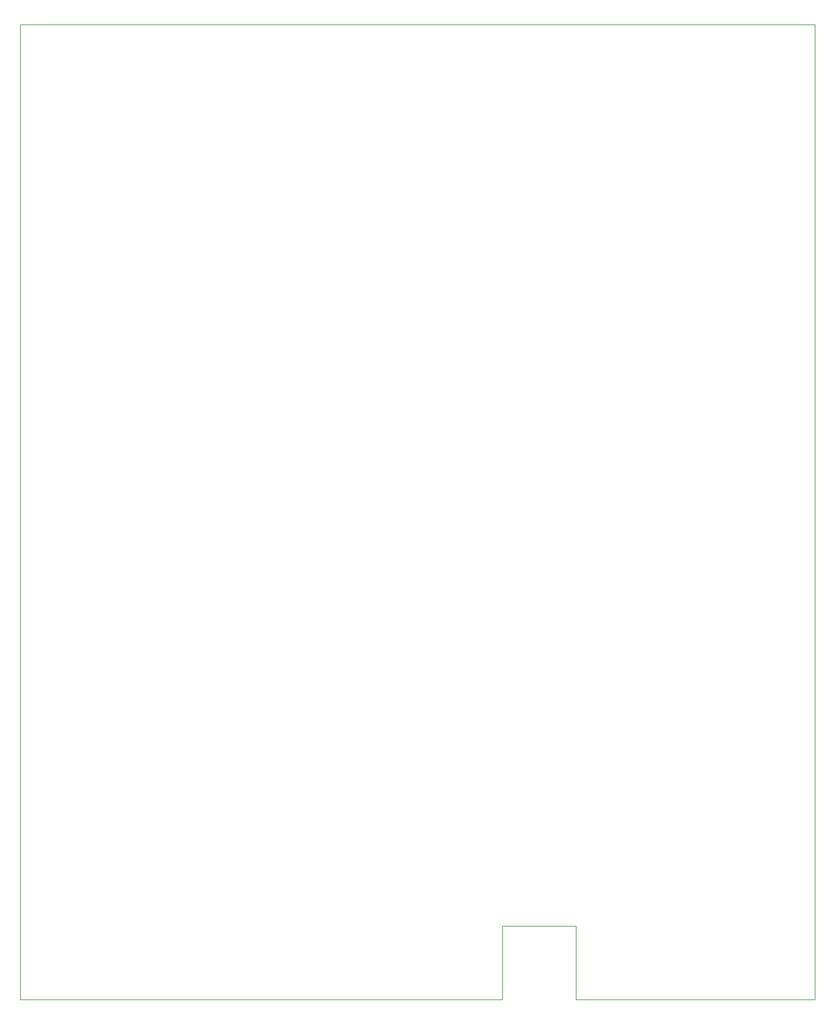
<source format=gbr>
%TF.GenerationSoftware,KiCad,Pcbnew,(5.1.6)-1*%
%TF.CreationDate,2022-04-08T07:46:14+02:00*%
%TF.ProjectId,carteDmx512vFinale,63617274-6544-46d7-9835-31327646696e,VILLEMEJANE*%
%TF.SameCoordinates,Original*%
%TF.FileFunction,Profile,NP*%
%FSLAX46Y46*%
G04 Gerber Fmt 4.6, Leading zero omitted, Abs format (unit mm)*
G04 Created by KiCad (PCBNEW (5.1.6)-1) date 2022-04-08 07:46:14*
%MOMM*%
%LPD*%
G01*
G04 APERTURE LIST*
%TA.AperFunction,Profile*%
%ADD10C,0.050000*%
%TD*%
G04 APERTURE END LIST*
D10*
X122555000Y-20320000D02*
X116205000Y-20320000D01*
X122555000Y-154940000D02*
X122555000Y-20320000D01*
X92075000Y-20320000D02*
X116205000Y-20320000D01*
X12700000Y-20320000D02*
X92075000Y-20320000D01*
X12700000Y-39370000D02*
X12700000Y-20320000D01*
X12700000Y-154940000D02*
X12700000Y-39370000D01*
X21590000Y-154940000D02*
X12700000Y-154940000D01*
X89535000Y-154940000D02*
X122555000Y-154940000D01*
X89535000Y-144780000D02*
X89535000Y-154940000D01*
X79375000Y-144780000D02*
X89535000Y-144780000D01*
X79375000Y-154940000D02*
X79375000Y-144780000D01*
X21590000Y-154940000D02*
X79375000Y-154940000D01*
M02*

</source>
